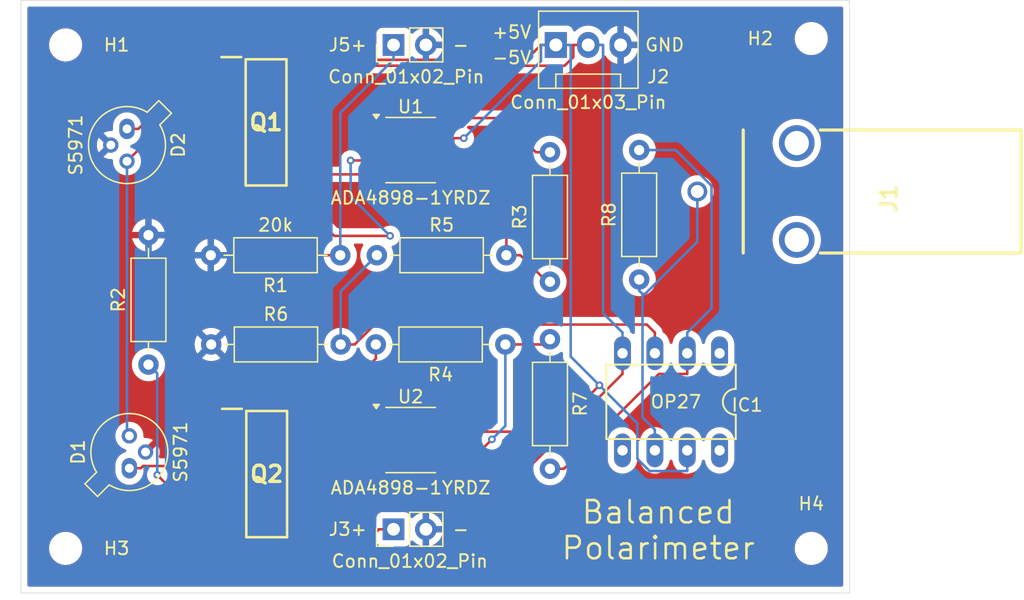
<source format=kicad_pcb>
(kicad_pcb (version 20240108) (generator "pcbnew") (generator_version "8.0")
  (layers (0 "F.Cu" signal) (31 "B.Cu" signal) (34 "B.Paste" user) (35 "F.Paste" user) (36 "B.SilkS" user "B.Silkscreen") (37 "F.SilkS" user "F.Silkscreen") (38 "B.Mask" user) (39 "F.Mask" user) (44 "Edge.Cuts" user))
  (net 0 "")
  (net 1 "+5V")
  (net 2 "Net-(D1-K)")
  (net 3 "GND")
  (net 4 "Net-(D2-K)")
  (net 5 "Net-(IC1-Pad2)")
  (net 6 "-5V")
  (net 9 "V_out")
  (net 10 "Net-(IC1-Pad3)")
  (net 11 "Net-(Q1-BASE_#2)")
  (net 12 "Net-(Q1-BASE_#1)")
  (net 13 "Net-(Q1-COLLECTOR_#3_1)")
  (net 14 "Net-(J3-Pin_1)")
  (net 15 "Net-(Q2-BASE_#1)")
  (net 16 "Net-(Q2-BASE_#2)")
  (net 17 "Net-(Q2-COLLECTOR_#3_1)")
  (net 18 "Net-(R3-Pad1)")
  (net 19 "Net-(U1--)")
  (net 20 "Net-(R4-Pad1)")
  (net 21 "Net-(U2--)")
  (net 28 "Net-(J5-Pin_1)")
  (footprint "Resistor_THT:R_Axial_DIN0207_L6.3mm_D2.5mm_P10.16mm_Horizontal" (layer "F.Cu") (at 170.5 83.4087 90)
    (property "Reference" "R8" (at 5.08 -2.37 90) (layer "F.SilkS"))
    (property "Value" "20k")
    (fp_line (start 8.35 -1.37) (end 1.81 -1.37) (stroke (width 0.12)) (layer "F.SilkS"))
    (fp_line (start 1.81 -1.37) (end 1.81 1.37) (stroke (width 0.12)) (layer "F.SilkS"))
    (fp_line (start 9.12 0) (end 8.35 0) (stroke (width 0.12)) (layer "F.SilkS"))
    (fp_line (start 1.04 0) (end 1.81 0) (stroke (width 0.12)) (layer "F.SilkS"))
    (fp_line (start 8.35 1.37) (end 8.35 -1.37) (stroke (width 0.12)) (layer "F.SilkS"))
    (fp_line (start 1.81 1.37) (end 8.35 1.37) (stroke (width 0.12)) (layer "F.SilkS"))
    (pad "1" thru_hole circle (at 0 0 90) (size 1.6 1.6) (drill 0.8) (layers "*.Cu" "*.Mask") (net 9 "V_out"))
    (pad "2" thru_hole oval (at 10.16 0 90) (size 1.6 1.6) (drill 0.8) (layers "*.Cu" "*.Mask") (net 5 "Net-(IC1-Pad2)"))
  )
  (footprint "Resistor_THT:R_Axial_DIN0207_L6.3mm_D2.5mm_P10.16mm_Horizontal" (layer "F.Cu") (at 163.5 83.58 90)
    (property "Reference" "R3" (at 5.08 -2.37 90) (layer "F.SilkS"))
    (property "Value" "20k")
    (fp_line (start 8.35 -1.37) (end 1.81 -1.37) (stroke (width 0.12)) (layer "F.SilkS"))
    (fp_line (start 1.81 -1.37) (end 1.81 1.37) (stroke (width 0.12)) (layer "F.SilkS"))
    (fp_line (start 9.12 0) (end 8.35 0) (stroke (width 0.12)) (layer "F.SilkS"))
    (fp_line (start 1.04 0) (end 1.81 0) (stroke (width 0.12)) (layer "F.SilkS"))
    (fp_line (start 8.35 1.37) (end 8.35 -1.37) (stroke (width 0.12)) (layer "F.SilkS"))
    (fp_line (start 1.81 1.37) (end 8.35 1.37) (stroke (width 0.12)) (layer "F.SilkS"))
    (pad "1" thru_hole circle (at 0 0 90) (size 1.6 1.6) (drill 0.8) (layers "*.Cu" "*.Mask") (net 18 "Net-(R3-Pad1)"))
    (pad "2" thru_hole oval (at 10.16 0 90) (size 1.6 1.6) (drill 0.8) (layers "*.Cu" "*.Mask") (net 19 "Net-(U1--)"))
  )
  (footprint "Resistor_THT:R_Axial_DIN0207_L6.3mm_D2.5mm_P10.16mm_Horizontal" (layer "F.Cu") (at 163.5 88.0913 -90)
    (property "Reference" "R7" (at 5.08 -2.37 -90) (layer "F.SilkS"))
    (property "Value" "20k")
    (fp_line (start 1.81 1.37) (end 8.35 1.37) (stroke (width 0.12)) (layer "F.SilkS"))
    (fp_line (start 8.35 1.37) (end 8.35 -1.37) (stroke (width 0.12)) (layer "F.SilkS"))
    (fp_line (start 1.04 0) (end 1.81 0) (stroke (width 0.12)) (layer "F.SilkS"))
    (fp_line (start 9.12 0) (end 8.35 0) (stroke (width 0.12)) (layer "F.SilkS"))
    (fp_line (start 1.81 -1.37) (end 1.81 1.37) (stroke (width 0.12)) (layer "F.SilkS"))
    (fp_line (start 8.35 -1.37) (end 1.81 -1.37) (stroke (width 0.12)) (layer "F.SilkS"))
    (pad "1" thru_hole circle (at 0 0 270) (size 1.6 1.6) (drill 0.8) (layers "*.Cu" "*.Mask") (net 20 "Net-(R4-Pad1)"))
    (pad "2" thru_hole oval (at 10.16 0 270) (size 1.6 1.6) (drill 0.8) (layers "*.Cu" "*.Mask") (net 5 "Net-(IC1-Pad2)"))
  )
  (footprint "Package_SO:SOIC-8-1EP_3.9x4.9mm_P1.27mm_EP2.29x3mm" (layer "F.Cu") (at 152.57 73.25)
    (property "Reference" "U1" (at 0 -3.4 0) (layer "F.SilkS"))
    (property "Value" "ADA4898-1YRDZ" (at 0 3.75 0) (layer "F.SilkS"))
    (fp_line (start 0 -2.56) (end -1.95 -2.56) (stroke (width 0.12)) (layer "F.SilkS"))
    (fp_line (start 0 -2.56) (end 1.95 -2.56) (stroke (width 0.12)) (layer "F.SilkS"))
    (fp_line (start 0 2.56) (end -1.95 2.56) (stroke (width 0.12)) (layer "F.SilkS"))
    (fp_line (start 0 2.56) (end 1.95 2.56) (stroke (width 0.12)) (layer "F.SilkS"))
    (fp_poly (pts (xy -2.7 -2.465) (xy -2.94 -2.795) (xy -2.46 -2.795) (xy -2.7 -2.465)) (stroke (width 0.12)) (fill solid) (layer "F.SilkS"))
    (pad "1" smd roundrect (at -2.475 -1.905) (size 1.95 0.6) (layers "F.Cu" "F.Paste" "F.Mask"))
    (pad "2" smd roundrect (at -2.475 -0.635) (size 1.95 0.6) (layers "F.Cu" "F.Paste" "F.Mask") (net 19 "Net-(U1--)"))
    (pad "3" smd roundrect (at -2.475 0.635) (size 1.95 0.6) (layers "F.Cu" "F.Paste" "F.Mask") (net 13 "Net-(Q1-COLLECTOR_#3_1)"))
    (pad "4" smd roundrect (at -2.475 1.905) (size 1.95 0.6) (layers "F.Cu" "F.Paste" "F.Mask") (net 6 "-5V"))
    (pad "5" smd roundrect (at 2.475 1.905) (size 1.95 0.6) (layers "F.Cu" "F.Paste" "F.Mask"))
    (pad "6" smd roundrect (at 2.475 0.635) (size 1.95 0.6) (layers "F.Cu" "F.Paste" "F.Mask") (net 18 "Net-(R3-Pad1)"))
    (pad "7" smd roundrect (at 2.475 -0.635) (size 1.95 0.6) (layers "F.Cu" "F.Paste" "F.Mask") (net 1 "+5V"))
    (pad "8" smd roundrect (at 2.475 -1.905) (size 1.95 0.6) (layers "F.Cu" "F.Paste" "F.Mask"))
    (pad "9" smd rect (at 0 0) (size 2.29 3) (property pad_prop_heatsink) (layers "F.Cu" "F.Mask"))
  )
  (footprint "Resistor_THT:R_Axial_DIN0207_L6.3mm_D2.5mm_P10.16mm_Horizontal" (layer "F.Cu") (at 132 90.08 90)
    (property "Reference" "R2" (at 5.08 -2.37 90) (layer "F.SilkS"))
    (property "Value" "20k")
    (fp_line (start 8.35 -1.37) (end 1.81 -1.37) (stroke (width 0.12)) (layer "F.SilkS"))
    (fp_line (start 1.81 -1.37) (end 1.81 1.37) (stroke (width 0.12)) (layer "F.SilkS"))
    (fp_line (start 9.12 0) (end 8.35 0) (stroke (width 0.12)) (layer "F.SilkS"))
    (fp_line (start 1.04 0) (end 1.81 0) (stroke (width 0.12)) (layer "F.SilkS"))
    (fp_line (start 8.35 1.37) (end 8.35 -1.37) (stroke (width 0.12)) (layer "F.SilkS"))
    (fp_line (start 1.81 1.37) (end 8.35 1.37) (stroke (width 0.12)) (layer "F.SilkS"))
    (pad "1" thru_hole circle (at 0 0 90) (size 1.6 1.6) (drill 0.8) (layers "*.Cu" "*.Mask") (net 14 "Net-(J3-Pin_1)"))
    (pad "2" thru_hole oval (at 10.16 0 90) (size 1.6 1.6) (drill 0.8) (layers "*.Cu" "*.Mask") (net 3 "GND"))
  )
  (footprint "Resistor_THT:R_Axial_DIN0207_L6.3mm_D2.5mm_P10.16mm_Horizontal" (layer "F.Cu") (at 149.92 81.5)
    (property "Reference" "R5" (at 5.08 -2.37 0) (layer "F.SilkS"))
    (property "Value" "20k")
    (fp_line (start 1.04 0) (end 1.81 0) (stroke (width 0.12)) (layer "F.SilkS"))
    (fp_line (start 1.81 -1.37) (end 1.81 1.37) (stroke (width 0.12)) (layer "F.SilkS"))
    (fp_line (start 1.81 1.37) (end 8.35 1.37) (stroke (width 0.12)) (layer "F.SilkS"))
    (fp_line (start 8.35 -1.37) (end 1.81 -1.37) (stroke (width 0.12)) (layer "F.SilkS"))
    (fp_line (start 8.35 1.37) (end 8.35 -1.37) (stroke (width 0.12)) (layer "F.SilkS"))
    (fp_line (start 9.12 0) (end 8.35 0) (stroke (width 0.12)) (layer "F.SilkS"))
    (pad "1" thru_hole circle (at 0 0) (size 1.6 1.6) (drill 0.8) (layers "*.Cu" "*.Mask") (net 10 "Net-(IC1-Pad3)"))
    (pad "2" thru_hole oval (at 10.16 0) (size 1.6 1.6) (drill 0.8) (layers "*.Cu" "*.Mask") (net 18 "Net-(R3-Pad1)"))
  )
  (footprint "Connector_PinHeader_2.54mm:PinHeader_1x02_P2.54mm_Vertical" (layer "F.Cu") (at 151.225 103 90)
    (property "Reference" "J3" (at 0 -4.225 180) (layer "F.SilkS"))
    (property "Value" "Conn_01x02_Pin" (at -2.5 1.275 180) (layer "F.SilkS"))
    (fp_line (start -1.33 -1.33) (end 0 -1.33) (stroke (width 0.12)) (layer "F.SilkS"))
    (fp_line (start -1.33 0) (end -1.33 -1.33) (stroke (width 0.12)) (layer "F.SilkS"))
    (fp_line (start 1.33 1.27) (end 1.33 3.87) (stroke (width 0.12)) (layer "F.SilkS"))
    (fp_line (start -1.33 1.27) (end 1.33 1.27) (stroke (width 0.12)) (layer "F.SilkS"))
    (fp_line (start -1.33 1.27) (end -1.33 3.87) (stroke (width 0.12)) (layer "F.SilkS"))
    (fp_line (start -1.33 3.87) (end 1.33 3.87) (stroke (width 0.12)) (layer "F.SilkS"))
    (pad "1" thru_hole rect (at 0 0 90) (size 1.7 1.7) (drill 1) (layers "*.Cu" "*.Mask") (net 14 "Net-(J3-Pin_1)"))
    (pad "2" thru_hole oval (at 0 2.54 90) (size 1.7 1.7) (drill 1) (layers "*.Cu" "*.Mask") (net 3 "GND"))
  )
  (footprint "Senior Design:73100-0105" (layer "F.Cu") (at 200.4625 76.5 90)
    (property "Reference" "J1" (at -0.54622 -10.37956 90) (layer "F.SilkS") (effects (font (size 1.27 1.27) (thickness 0.254))))
    (property "Value" "73100-0105" (hide yes))
    (fp_line (start -4.825 -21.8) (end 4.825 -21.8) (stroke (width 0.254)) (layer "F.SilkS"))
    (fp_line (start 4.825 0) (end 4.825 -15.75) (stroke (width 0.254)) (layer "F.SilkS"))
    (fp_line (start -4.825 0) (end -4.825 -15.75) (stroke (width 0.254)) (layer "F.SilkS"))
    (fp_line (start -4.825 0) (end 4.825 0) (stroke (width 0.254)) (layer "F.SilkS"))
    (pad "1" thru_hole circle (at -3.8 -17.6 90) (size 2.8 2.8) (drill 1.9) (layers "*.Cu" "*.Mask"))
    (pad "2" thru_hole circle (at 3.8 -17.6 90) (size 2.8 2.8) (drill 1.9) (layers "*.Cu" "*.Mask"))
    (pad "3" thru_hole circle (at 0 -25.4 90) (size 1.55 1.55) (drill 1.02) (layers "*.Cu" "*.Mask") (net 9 "V_out"))
  )
  (footprint "Package_TO_SOT_THT:TO-18-3" (layer "F.Cu") (at 130.5 98.2113 90)
    (property "Reference" "D1" (at 1.27 -4.02 90) (layer "F.SilkS"))
    (property "Value" "S5971" (at 1.27 4.02 90) (layer "F.SilkS"))
    (fp_line (start -1.224499 -3.484448) (end -2.214448 -2.494499) (stroke (width 0.12)) (layer "F.SilkS"))
    (fp_line (start -0.312331 -2.572281) (end -1.224499 -3.484448) (stroke (width 0.12)) (layer "F.SilkS"))
    (fp_line (start -2.214448 -2.494499) (end -1.302281 -1.582331) (stroke (width 0.12)) (layer "F.SilkS"))
    (fp_arc (start -0.312331 -2.572281) (mid 3.405463 2.135463) (end -1.302281 -1.582331) (stroke (width 0.12)) (layer "F.SilkS"))
    (fp_text user "${REFERENCE}" (at 1.27 -4.02 90) (layer "F.SilkS"))
    (pad "1" thru_hole oval (at 0 0 90) (size 1.6 1.2) (drill 0.7) (layers "*.Cu" "*.Mask") (net 2 "Net-(D1-K)"))
    (pad "2" thru_hole circle (at 1.27 1.27 90) (size 1.2 1.2) (drill 0.7) (layers "*.Cu" "*.Mask") (net 3 "GND"))
    (pad "3" thru_hole circle (at 2.54 0 90) (size 1.2 1.2) (drill 0.7) (layers "*.Cu" "*.Mask") (net 1 "+5V"))
  )
  (footprint "MountingHole:MountingHole_2.1mm" (layer "F.Cu") (at 125.5 65)
    (property "Reference" "H1" (at 4 0 0) (layer "F.SilkS"))
    (property "Value" "MountingHole")
    (pad "" np_thru_hole circle (at 0 0) (size 2.1 2.1) (drill 2.1) (layers "*.Cu" "*.Mask"))
  )
  (footprint "Senior Design:SOIC127P600X175-16N" (layer "F.Cu") (at 141.225 71.0763)
    (property "Reference" "Q1" (at 0 0 0) (layer "F.SilkS") (effects (font (size 1.27 1.27) (thickness 0.254))))
    (property "Value" "MMPQ3904" (hide yes))
    (fp_line (start -3.5 -5.12) (end -1.95 -5.12) (stroke (width 0.2)) (layer "F.SilkS"))
    (fp_line (start -1.6 -4.95) (end 1.6 -4.95) (stroke (width 0.2)) (layer "F.SilkS"))
    (fp_line (start -1.6 4.95) (end -1.6 -4.95) (stroke (width 0.2)) (layer "F.SilkS"))
    (fp_line (start 1.6 -4.95) (end 1.6 4.95) (stroke (width 0.2)) (layer "F.SilkS"))
    (fp_line (start 1.6 4.95) (end -1.6 4.95) (stroke (width 0.2)) (layer "F.SilkS"))
    (fp_text user "${REFERENCE}" (at 0 0 0) (layer "F.SilkS") (effects (font (size 1.27 1.27) (thickness 0.254))))
    (pad "1" smd rect (at -2.725 -4.445 90) (size 0.65 1.55) (layers "F.Cu" "F.Paste" "F.Mask") (net 11 "Net-(Q1-BASE_#2)"))
    (pad "2" smd rect (at -2.725 -3.175 90) (size 0.65 1.55) (layers "F.Cu" "F.Paste" "F.Mask") (net 11 "Net-(Q1-BASE_#2)"))
    (pad "3" smd rect (at -2.725 -1.905 90) (size 0.65 1.55) (layers "F.Cu" "F.Paste" "F.Mask") (net 4 "Net-(D2-K)"))
    (pad "4" smd rect (at -2.725 -0.635 90) (size 0.65 1.55) (layers "F.Cu" "F.Paste" "F.Mask") (net 4 "Net-(D2-K)"))
    (pad "5" smd rect (at -2.725 0.635 90) (size 0.65 1.55) (layers "F.Cu" "F.Paste" "F.Mask") (net 13 "Net-(Q1-COLLECTOR_#3_1)"))
    (pad "6" smd rect (at -2.725 1.905 90) (size 0.65 1.55) (layers "F.Cu" "F.Paste" "F.Mask") (net 13 "Net-(Q1-COLLECTOR_#3_1)"))
    (pad "7" smd rect (at -2.725 3.175 90) (size 0.65 1.55) (layers "F.Cu" "F.Paste" "F.Mask") (net 28 "Net-(J5-Pin_1)"))
    (pad "8" smd rect (at -2.725 4.445 90) (size 0.65 1.55) (layers "F.Cu" "F.Paste" "F.Mask") (net 28 "Net-(J5-Pin_1)"))
    (pad "9" smd rect (at 2.725 4.445 90) (size 0.65 1.55) (layers "F.Cu" "F.Paste" "F.Mask") (net 12 "Net-(Q1-BASE_#1)"))
    (pad "10" smd rect (at 2.725 3.175 90) (size 0.65 1.55) (layers "F.Cu" "F.Paste" "F.Mask") (net 6 "-5V"))
    (pad "11" smd rect (at 2.725 1.905 90) (size 0.65 1.55) (layers "F.Cu" "F.Paste" "F.Mask") (net 12 "Net-(Q1-BASE_#1)"))
    (pad "12" smd rect (at 2.725 0.635 90) (size 0.65 1.55) (layers "F.Cu" "F.Paste" "F.Mask") (net 6 "-5V"))
    (pad "13" smd rect (at 2.725 -0.635 90) (size 0.65 1.55) (layers "F.Cu" "F.Paste" "F.Mask") (net 11 "Net-(Q1-BASE_#2)"))
    (pad "14" smd rect (at 2.725 -1.905 90) (size 0.65 1.55) (layers "F.Cu" "F.Paste" "F.Mask") (net 12 "Net-(Q1-BASE_#1)"))
    (pad "15" smd rect (at 2.725 -3.175 90) (size 0.65 1.55) (layers "F.Cu" "F.Paste" "F.Mask") (net 12 "Net-(Q1-BASE_#1)"))
    (pad "16" smd rect (at 2.725 -4.445 90) (size 0.65 1.55) (layers "F.Cu" "F.Paste" "F.Mask") (net 6 "-5V"))
  )
  (footprint "MountingHole:MountingHole_2.1mm" (layer "F.Cu") (at 184 104.5)
    (property "Reference" "H4" (at 0 -3.5 0) (layer "F.SilkS"))
    (property "Value" "MountingHole")
    (pad "" np_thru_hole circle (at 0 0) (size 2.1 2.1) (drill 2.1) (layers "*.Cu" "*.Mask"))
  )
  (footprint "Senior Design:SOIC127P600X175-16N" (layer "F.Cu") (at 141.275 98.6713)
    (property "Reference" "Q2" (at 0 0 0) (layer "F.SilkS") (effects (font (size 1.27 1.27) (thickness 0.254))))
    (property "Value" "MMPQ3904" (hide yes))
    (fp_line (start -3.5 -5.12) (end -1.95 -5.12) (stroke (width 0.2)) (layer "F.SilkS"))
    (fp_line (start -1.6 -4.95) (end 1.6 -4.95) (stroke (width 0.2)) (layer "F.SilkS"))
    (fp_line (start -1.6 4.95) (end -1.6 -4.95) (stroke (width 0.2)) (layer "F.SilkS"))
    (fp_line (start 1.6 -4.95) (end 1.6 4.95) (stroke (width 0.2)) (layer "F.SilkS"))
    (fp_line (start 1.6 4.95) (end -1.6 4.95) (stroke (width 0.2)) (layer "F.SilkS"))
    (fp_text user "${REFERENCE}" (at 0 0 0) (layer "F.SilkS") (effects (font (size 1.27 1.27) (thickness 0.254))))
    (pad "1" smd rect (at -2.725 -4.445 90) (size 0.65 1.55) (layers "F.Cu" "F.Paste" "F.Mask") (net 16 "Net-(Q2-BASE_#2)"))
    (pad "2" smd rect (at -2.725 -3.175 90) (size 0.65 1.55) (layers "F.Cu" "F.Paste" "F.Mask") (net 16 "Net-(Q2-BASE_#2)"))
    (pad "3" smd rect (at -2.725 -1.905 90) (size 0.65 1.55) (layers "F.Cu" "F.Paste" "F.Mask") (net 2 "Net-(D1-K)"))
    (pad "4" smd rect (at -2.725 -0.635 90) (size 0.65 1.55) (layers "F.Cu" "F.Paste" "F.Mask") (net 2 "Net-(D1-K)"))
    (pad "5" smd rect (at -2.725 0.635 90) (size 0.65 1.55) (layers "F.Cu" "F.Paste" "F.Mask") (net 17 "Net-(Q2-COLLECTOR_#3_1)"))
    (pad "6" smd rect (at -2.725 1.905 90) (size 0.65 1.55) (layers "F.Cu" "F.Paste" "F.Mask") (net 17 "Net-(Q2-COLLECTOR_#3_1)"))
    (pad "7" smd rect (at -2.725 3.175 90) (size 0.65 1.55) (layers "F.Cu" "F.Paste" "F.Mask") (net 14 "Net-(J3-Pin_1)"))
    (pad "8" smd rect (at -2.725 4.445 90) (size 0.65 1.55) (layers "F.Cu" "F.Paste" "F.Mask") (net 14 "Net-(J3-Pin_1)"))
    (pad "9" smd rect (at 2.725 4.445 90) (size 0.65 1.55) (layers "F.Cu" "F.Paste" "F.Mask") (net 15 "Net-(Q2-BASE_#1)"))
    (pad "10" smd rect (at 2.725 3.175 90) (size 0.65 1.55) (layers "F.Cu" "F.Paste" "F.Mask") (net 6 "-5V"))
    (pad "11" smd rect (at 2.725 1.905 90) (size 0.65 1.55) (layers "F.Cu" "F.Paste" "F.Mask") (net 15 "Net-(Q2-BASE_#1)"))
    (pad "12" smd rect (at 2.725 0.635 90) (size 0.65 1.55) (layers "F.Cu" "F.Paste" "F.Mask") (net 6 "-5V"))
    (pad "13" smd rect (at 2.725 -0.635 90) (size 0.65 1.55) (layers "F.Cu" "F.Paste" "F.Mask") (net 16 "Net-(Q2-BASE_#2)"))
    (pad "14" smd rect (at 2.725 -1.905 90) (size 0.65 1.55) (layers "F.Cu" "F.Paste" "F.Mask") (net 15 "Net-(Q2-BASE_#1)"))
    (pad "15" smd rect (at 2.725 -3.175 90) (size 0.65 1.55) (layers "F.Cu" "F.Paste" "F.Mask") (net 15 "Net-(Q2-BASE_#1)"))
    (pad "16" smd rect (at 2.725 -4.445 90) (size 0.65 1.55) (layers "F.Cu" "F.Paste" "F.Mask") (net 6 "-5V"))
  )
  (footprint "MountingHole:MountingHole_2.1mm" (layer "F.Cu") (at 125.5 104.5)
    (property "Reference" "H3" (at 4 0 0) (layer "F.SilkS"))
    (property "Value" "MountingHole")
    (pad "" np_thru_hole circle (at 0 0) (size 2.1 2.1) (drill 2.1) (layers "*.Cu" "*.Mask"))
  )
  (footprint "MountingHole:MountingHole_2.1mm" (layer "F.Cu") (at 184 64.5)
    (property "Reference" "H2" (at -4 0 0) (layer "F.SilkS"))
    (property "Value" "MountingHole")
    (pad "" np_thru_hole circle (at 0 0) (size 2.1 2.1) (drill 2.1) (layers "*.Cu" "*.Mask"))
  )
  (footprint "Senior Design:DIL08" (layer "F.Cu") (at 173 93 180)
    (property "Reference" "IC1" (at -5.969 -0.254 0) (layer "F.SilkS"))
    (property "Value" "OP27" (at -0.381 0 0) (layer "F.SilkS"))
    (fp_line (start 5.08 -2.921) (end 5.08 2.921) (stroke (width 0.1524)) (layer "F.SilkS"))
    (fp_line (start 5.08 -2.921) (end -5.08 -2.921) (stroke (width 0.1524)) (layer "F.SilkS"))
    (fp_line (start -5.08 2.921) (end 5.08 2.921) (stroke (width 0.1524)) (layer "F.SilkS"))
    (fp_line (start -5.08 2.921) (end -5.08 1.016) (stroke (width 0.1524)) (layer "F.SilkS"))
    (fp_line (start -5.08 -2.921) (end -5.08 -1.016) (stroke (width 0.1524)) (layer "F.SilkS"))
    (fp_arc (start -5.08 -1.016) (mid -4.064 0) (end -5.08 1.016) (stroke (width 0.1524)) (layer "F.SilkS"))
    (pad "1" thru_hole oval (at -3.81 3.81 180) (size 1.3208 2.6416) (drill 0.8128) (layers "*.Cu" "*.Mask"))
    (pad "2" thru_hole oval (at -1.27 3.81 180) (size 1.3208 2.6416) (drill 0.8128) (layers "*.Cu" "*.Mask") (net 5 "Net-(IC1-Pad2)"))
    (pad "3" thru_hole oval (at 1.27 3.81 180) (size 1.3208 2.6416) (drill 0.8128) (layers "*.Cu" "*.Mask") (net 10 "Net-(IC1-Pad3)"))
    (pad "4" thru_hole oval (at 3.81 3.81 180) (size 1.3208 2.6416) (drill 0.8128) (layers "*.Cu" "*.Mask") (net 6 "-5V"))
    (pad "5" thru_hole oval (at 3.81 -3.81 180) (size 1.3208 2.6416) (drill 0.8128) (layers "*.Cu" "*.Mask"))
    (pad "6" thru_hole oval (at 1.27 -3.81 180) (size 1.3208 2.6416) (drill 0.8128) (layers "*.Cu" "*.Mask") (net 9 "V_out"))
    (pad "7" thru_hole oval (at -1.27 -3.81 180) (size 1.3208 2.6416) (drill 0.8128) (layers "*.Cu" "*.Mask") (net 1 "+5V"))
    (pad "8" thru_hole oval (at -3.81 -3.81 180) (size 1.3208 2.6416) (drill 0.8128) (layers "*.Cu" "*.Mask"))
  )
  (footprint "Package_TO_SOT_THT:TO-18-3" (layer "F.Cu") (at 130.3153 71.586 -90)
    (property "Reference" "D2" (at 1.27 -4.02 90) (layer "F.SilkS"))
    (property "Value" "S5971" (at 1.27 4.02 90) (layer "F.SilkS"))
    (fp_line (start -2.214448 -2.494499) (end -1.302281 -1.582331) (stroke (width 0.12)) (layer "F.SilkS"))
    (fp_line (start -0.312331 -2.572281) (end -1.224499 -3.484448) (stroke (width 0.12)) (layer "F.SilkS"))
    (fp_line (start -1.224499 -3.484448) (end -2.214448 -2.494499) (stroke (width 0.12)) (layer "F.SilkS"))
    (fp_arc (start -0.312331 -2.572281) (mid 3.405463 2.135463) (end -1.302281 -1.582331) (stroke (width 0.12)) (layer "F.SilkS"))
    (fp_text user "${REFERENCE}" (at 1.27 -4.02 90) (layer "F.SilkS"))
    (pad "1" thru_hole oval (at 0 0 270) (size 1.6 1.2) (drill 0.7) (layers "*.Cu" "*.Mask") (net 4 "Net-(D2-K)"))
    (pad "2" thru_hole circle (at 1.27 1.27 270) (size 1.2 1.2) (drill 0.7) (layers "*.Cu" "*.Mask") (net 3 "GND"))
    (pad "3" thru_hole circle (at 2.54 0 270) (size 1.2 1.2) (drill 0.7) (layers "*.Cu" "*.Mask") (net 1 "+5V"))
  )
  (footprint "Resistor_THT:R_Axial_DIN0207_L6.3mm_D2.5mm_P10.16mm_Horizontal" (layer "F.Cu") (at 160 88.5 180)
    (property "Reference" "R4" (at 5.08 -2.37 180) (layer "F.SilkS"))
    (property "Value" "20k")
    (fp_line (start 9.12 0) (end 8.35 0) (stroke (width 0.12)) (layer "F.SilkS"))
    (fp_line (start 8.35 1.37) (end 8.35 -1.37) (stroke (width 0.12)) (layer "F.SilkS"))
    (fp_line (start 8.35 -1.37) (end 1.81 -1.37) (stroke (width 0.12)) (layer "F.SilkS"))
    (fp_line (start 1.81 1.37) (end 8.35 1.37) (stroke (width 0.12)) (layer "F.SilkS"))
    (fp_line (start 1.81 -1.37) (end 1.81 1.37) (stroke (width 0.12)) (layer "F.SilkS"))
    (fp_line (start 1.04 0) (end 1.81 0) (stroke (width 0.12)) (layer "F.SilkS"))
    (pad "1" thru_hole circle (at 0 0 180) (size 1.6 1.6) (drill 0.8) (layers "*.Cu" "*.Mask") (net 20 "Net-(R4-Pad1)"))
    (pad "2" thru_hole oval (at 10.16 0 180) (size 1.6 1.6) (drill 0.8) (layers "*.Cu" "*.Mask") (net 21 "Net-(U2--)"))
  )
  (footprint "Resistor_THT:R_Axial_DIN0207_L6.3mm_D2.5mm_P10.16mm_Horizontal" (layer "F.Cu") (at 136.92 88.5)
    (property "Reference" "R6" (at 5.08 -2.37 0) (layer "F.SilkS"))
    (property "Value" "20k")
    (fp_line (start 1.04 0) (end 1.81 0) (stroke (width 0.12)) (layer "F.SilkS"))
    (fp_line (start 1.81 -1.37) (end 1.81 1.37) (stroke (width 0.12)) (layer "F.SilkS"))
    (fp_line (start 1.81 1.37) (end 8.35 1.37) (stroke (width 0.12)) (layer "F.SilkS"))
    (fp_line (start 8.35 -1.37) (end 1.81 -1.37) (stroke (width 0.12)) (layer "F.SilkS"))
    (fp_line (start 8.35 1.37) (end 8.35 -1.37) (stroke (width 0.12)) (layer "F.SilkS"))
    (fp_line (start 9.12 0) (end 8.35 0) (stroke (width 0.12)) (layer "F.SilkS"))
    (pad "1" thru_hole circle (at 0 0) (size 1.6 1.6) (drill 0.8) (layers "*.Cu" "*.Mask") (net 3 "GND"))
    (pad "2" thru_hole oval (at 10.16 0) (size 1.6 1.6) (drill 0.8) (layers "*.Cu" "*.Mask") (net 10 "Net-(IC1-Pad3)"))
  )
  (footprint "Connector_PinHeader_2.54mm:PinHeader_1x02_P2.54mm_Vertical" (layer "F.Cu") (at 151.225 65 90)
    (property "Reference" "J5" (at 0 -4.225 180) (layer "F.SilkS"))
    (property "Value" "Conn_01x02_Pin" (at -2.5 1 180) (layer "F.SilkS"))
    (fp_line (start -1.33 -1.33) (end 0 -1.33) (stroke (width 0.12)) (layer "F.SilkS"))
    (fp_line (start -1.33 0) (end -1.33 -1.33) (stroke (width 0.12)) (layer "F.SilkS"))
    (fp_line (start 1.33 1.27) (end 1.33 3.87) (stroke (width 0.12)) (layer "F.SilkS"))
    (fp_line (start -1.33 1.27) (end 1.33 1.27) (stroke (width 0.12)) (layer "F.SilkS"))
    (fp_line (start -1.33 1.27) (end -1.33 3.87) (stroke (width 0.12)) (layer "F.SilkS"))
    (fp_line (start -1.33 3.87) (end 1.33 3.87) (stroke (width 0.12)) (layer "F.SilkS"))
    (pad "1" thru_hole rect (at 0 0 90) (size 1.7 1.7) (drill 1) (layers "*.Cu" "*.Mask") (net 28 "Net-(J5-Pin_1)"))
    (pad "2" thru_hole oval (at 0 2.54 90) (size 1.7 1.7) (drill 1) (layers "*.Cu" "*.Mask") (net 3 "GND"))
  )
  (footprint "Package_SO:SOIC-8-1EP_3.9x4.9mm_P1.27mm_EP2.29x3mm" (layer "F.Cu") (at 152.57 96)
    (property "Reference" "U2" (at 0 -3.4 0) (layer "F.SilkS"))
    (property "Value" "ADA4898-1YRDZ" (at 0 3.75 0) (layer "F.SilkS"))
    (fp_line (start 0 -2.56) (end -1.95 -2.56) (stroke (width 0.12)) (layer "F.SilkS"))
    (fp_line (start 0 -2.56) (end 1.95 -2.56) (stroke (width 0.12)) (layer "F.SilkS"))
    (fp_line (start 0 2.56) (end -1.95 2.56) (stroke (width 0.12)) (layer "F.SilkS"))
    (fp_line (start 0 2.56) (end 1.95 2.56) (stroke (width 0.12)) (layer "F.SilkS"))
    (fp_poly (pts (xy -2.7 -2.465) (xy -2.94 -2.795) (xy -2.46 -2.795) (xy -2.7 -2.465)) (stroke (width 0.12)) (fill solid) (layer "F.SilkS"))
    (pad "1" smd roundrect (at -2.475 -1.905) (size 1.95 0.6) (layers "F.Cu" "F.Paste" "F.Mask"))
    (pad "2" smd roundrect (at -2.475 -0.635) (size 1.95 0.6) (layers "F.Cu" "F.Paste" "F.Mask") (net 21 "Net-(U2--)"))
    (pad "3" smd roundrect (at -2.475 0.635) (size 1.95 0.6) (layers "F.Cu" "F.Paste" "F.Mask") (net 17 "Net-(Q2-COLLECTOR_#3_1)"))
    (pad "4" smd roundrect (at -2.475 1.905) (size 1.95 0.6) (layers "F.Cu" "F.Paste" "F.Mask") (net 6 "-5V"))
    (pad "5" smd roundrect (at 2.475 1.905) (size 1.95 0.6) (layers "F.Cu" "F.Paste" "F.Mask"))
    (pad "6" smd roundrect (at 2.475 0.635) (size 1.95 0.6) (layers "F.Cu" "F.Paste" "F.Mask") (net 20 "Net-(R4-Pad1)"))
    (pad "7" smd roundrect (at 2.475 -0.635) (size 1.95 0.6) (layers "F.Cu" "F.Paste" "F.Mask") (net 1 "+5V"))
    (pad "8" smd roundrect (at 2.475 -1.905) (size 1.95 0.6) (layers "F.Cu" "F.Paste" "F.Mask"))
    (pad "9" smd rect (at 0 0) (size 2.29 3) (property pad_prop_heatsink) (layers "F.Cu" "F.Mask"))
  )
  (footprint "Connector:FanPinHeader_1x03_P2.54mm_Vertical" (layer "F.Cu") (at 163.96 65)
    (property "Reference" "J2" (at 8.04 2.5 0) (layer "F.SilkS"))
    (property "Value" "Conn_01x03_Pin" (at 2.55 4.5 0) (layer "F.SilkS"))
    (fp_line (start -1.35 -2.65) (end 6.45 -2.65) (stroke (width 0.12)) (layer "F.SilkS"))
    (fp_line (start -1.35 3.4) (end -1.35 -2.65) (stroke (width 0.12)) (layer "F.SilkS"))
    (fp_line (start 0 2.29) (end 5.08 2.29) (stroke (width 0.12)) (layer "F.SilkS"))
    (fp_line (start 0 3.3) (end 0 2.29) (stroke (width 0.12)) (layer "F.SilkS"))
    (fp_line (start 5.08 2.29) (end 5.08 3.3) (stroke (width 0.12)) (layer "F.SilkS"))
    (fp_line (start 6.45 -2.65) (end 6.45 3.4) (stroke (width 0.12)) (layer "F.SilkS"))
    (fp_line (start 6.45 3.4) (end -1.35 3.4) (stroke (width 0.12)) (layer "F.SilkS"))
    (pad "1" thru_hole rect (at 0 0 90) (size 2.03 1.73) (drill 1.02) (layers "*.Cu" "*.Mask") (net 1 "+5V"))
    (pad "2" thru_hole oval (at 2.54 0 90) (size 2.03 1.73) (drill 1.02) (layers "*.Cu" "*.Mask") (net 6 "-5V"))
    (pad "3" thru_hole oval (at 5.08 0 90) (size 2.03 1.73) (drill 1.02) (layers "*.Cu" "*.Mask") (net 3 "GND"))
  )
  (footprint "Resistor_THT:R_Axial_DIN0207_L6.3mm_D2.5mm_P10.16mm_Horizontal" (layer "F.Cu") (at 147.0488 81.5 180)
    (property "Reference" "R1" (at 5.08 -2.37 0) (layer "F.SilkS"))
    (property "Value" "20k" (at 5.08 2.37 0) (layer "F.SilkS"))
    (fp_line (start 9.12 0) (end 8.35 0) (stroke (width 0.12)) (layer "F.SilkS"))
    (fp_line (start 8.35 1.37) (end 8.35 -1.37) (stroke (width 0.12)) (layer "F.SilkS"))
    (fp_line (start 8.35 -1.37) (end 1.81 -1.37) (stroke (width 0.12)) (layer "F.SilkS"))
    (fp_line (start 1.81 1.37) (end 8.35 1.37) (stroke (width 0.12)) (layer "F.SilkS"))
    (fp_line (start 1.81 -1.37) (end 1.81 1.37) (stroke (width 0.12)) (layer "F.SilkS"))
    (fp_line (start 1.04 0) (end 1.81 0) (stroke (width 0.12)) (layer "F.SilkS"))
    (pad "1" thru_hole circle (at 0 0 180) (size 1.6 1.6) (drill 0.8) (layers "*.Cu" "*.Mask") (net 28 "Net-(J5-Pin_1)"))
    (pad "2" thru_hole oval (at 10.16 0 180) (size 1.6 1.6) (drill 0.8) (layers "*.Cu" "*.Mask") (net 3 "GND"))
  )
  (gr_rect (start 122 61.5) (end 187 108) (stroke (width 0.05)) (fill none) (layer "Edge.Cuts"))
  (gr_text "-" (at 156.5 65 0) (layer "F.SilkS") (effects (font (size 1 1))))
  (gr_text "GND" (at 172.5 65 0) (layer "F.SilkS") (effects (font (size 1 1))))
  (gr_text " Balanced \nPolarimeter" (at 172 105.5 0) (layer "F.SilkS") (effects (font (size 1.75 1.75) (thickness 0.2)) (justify bottom)))
  (gr_text "-5V" (at 160.5 66 0) (layer "F.SilkS") (effects (font (size 1 1))))
  (gr_text "+" (at 148.5 103 0) (layer "F.SilkS") (effects (font (size 1 1))))
  (gr_text "+5V" (at 160.5 64 0) (layer "F.SilkS") (effects (font (size 1 1))))
  (gr_text "-" (at 156.5 103 0) (layer "F.SilkS") (effects (font (size 1 1))))
  (gr_text "+" (at 148.5 65 0) (layer "F.SilkS") (effects (font (size 1 1))))
  (segment (start 163.96 65) (end 162.7933 65) (width 0.2) (layer "F.Cu") (net 1))
  (segment (start 147.3723 66.0046) (end 147.5344 66.1667) (width 0.2) (layer "F.Cu") (net 1))
  (segment (start 133.3567 71.0846) (end 139.4517 71.0846) (width 0.2) (layer "F.Cu") (net 1))
  (segment (start 155.0668 95.3432) (end 155.045 95.365) (width 0.2) (layer "F.Cu") (net 1))
  (segment (start 139.6197 70.9166) (end 139.6197 68.7643) (width 0.2) (layer "F.Cu") (net 1))
  (segment (start 161.6266 66.1667) (end 162.7933 65) (width 0.2) (layer "F.Cu") (net 1))
  (segment (start 130.3153 74.126) (end 133.3567 71.0846) (width 0.2) (layer "F.Cu") (net 1))
  (segment (start 137.3935 68.3913) (end 137.3935 66.1548) (width 0.2) (layer "F.Cu") (net 1))
  (segment (start 137.3935 66.1548) (end 137.5437 66.0046) (width 0.2) (layer "F.Cu") (net 1))
  (segment (start 147.5344 66.1667) (end 161.6266 66.1667) (width 0.2) (layer "F.Cu") (net 1))
  (segment (start 139.6197 68.7643) (end 139.4 68.5446) (width 0.2) (layer "F.Cu") (net 1))
  (segment (start 155.3441 72.3159) (end 155.045 72.615) (width 0.2) (layer "F.Cu") (net 1))
  (segment (start 139.4517 71.0846) (end 139.6197 70.9166) (width 0.2) (layer "F.Cu") (net 1))
  (segment (start 156.7425 72.3159) (end 155.3441 72.3159) (width 0.2) (layer "F.Cu") (net 1))
  (segment (start 163.7423 95.3432) (end 155.0668 95.3432) (width 0.2) (layer "F.Cu") (net 1))
  (segment (start 139.4 68.5446) (end 137.5468 68.5446) (width 0.2) (layer "F.Cu") (net 1))
  (segment (start 137.5468 68.5446) (end 137.3935 68.3913) (width 0.2) (layer "F.Cu") (net 1))
  (segment (start 167.3809 91.7046) (end 163.7423 95.3432) (width 0.2) (layer "F.Cu") (net 1))
  (segment (start 137.5437 66.0046) (end 147.3723 66.0046) (width 0.2) (layer "F.Cu") (net 1))
  (via (at 167.3809 91.7046) (size 0.6) (drill 0.3) (layers "F.Cu" "B.Cu") (net 1))
  (via (at 156.7425 72.3159) (size 0.6) (drill 0.3) (layers "F.Cu" "B.Cu") (net 1))
  (segment (start 130.3153 74.126) (end 130.3153 95.4866) (width 0.2) (layer "B.Cu") (net 1))
  (segment (start 162.7933 66.2651) (end 156.7425 72.3159) (width 0.2) (layer "B.Cu") (net 1))
  (segment (start 167.3809 91.7046) (end 165.1267 89.4504) (width 0.2) (layer "B.Cu") (net 1))
  (segment (start 170.3608 94.6845) (end 167.3809 91.7046) (width 0.2) (layer "B.Cu") (net 1))
  (segment (start 174.27 96.81) (end 174.27 98.4325) (width 0.2) (layer "B.Cu") (net 1))
  (segment (start 163.96 65) (end 165.1267 65) (width 0.2) (layer "B.Cu") (net 1))
  (segment (start 170.3608 97.4755) (end 170.3608 94.6845) (width 0.2) (layer "B.Cu") (net 1))
  (segment (start 162.7933 65) (end 162.7933 66.2651) (width 0.2) (layer "B.Cu") (net 1))
  (segment (start 130.3153 95.4866) (end 130.5 95.6713) (width 0.2) (layer "B.Cu") (net 1))
  (segment (start 174.27 98.4325) (end 171.3178 98.4325) (width 0.2) (layer "B.Cu") (net 1))
  (segment (start 171.3178 98.4325) (end 170.3608 97.4755) (width 0.2) (layer "B.Cu") (net 1))
  (segment (start 165.1267 89.4504) (end 165.1267 65) (width 0.2) (layer "B.Cu") (net 1))
  (segment (start 163.96 65) (end 162.7933 65) (width 0.2) (layer "B.Cu") (net 1))
  (segment (start 138.55 98.0363) (end 137.5742 98.0363) (width 0.2) (layer "F.Cu") (net 2))
  (segment (start 137.5742 98.0363) (end 137.4733 98.0363) (width 0.2) (layer "F.Cu") (net 2))
  (segment (start 130.5 98.2113) (end 131.4017 98.2113) (width 0.2) (layer "F.Cu") (net 2))
  (segment (start 137.4733 98.0363) (end 131.5767 98.0363) (width 0.2) (layer "F.Cu") (net 2))
  (segment (start 138.55 96.7663) (end 137.4733 96.7663) (width 0.2) (layer "F.Cu") (net 2))
  (segment (start 131.5767 98.0363) (end 131.4017 98.2113) (width 0.2) (layer "F.Cu") (net 2))
  (segment (start 137.4733 98.0363) (end 137.4733 96.7663) (width 0.2) (layer "F.Cu") (net 2))
  (segment (start 130.3153 71.586) (end 131.217 71.586) (width 0.2) (layer "F.Cu") (net 4))
  (segment (start 137.4233 70.4413) (end 137.4233 69.1713) (width 0.2) (layer "F.Cu") (net 4))
  (segment (start 137.4233 70.4413) (end 138.5 70.4413) (width 0.2) (layer "F.Cu") (net 4))
  (segment (start 132.3617 70.4413) (end 137.4233 70.4413) (width 0.2) (layer "F.Cu") (net 4))
  (segment (start 131.217 71.586) (end 132.3617 70.4413) (width 0.2) (layer "F.Cu") (net 4))
  (segment (start 138.5 69.1713) (end 137.4233 69.1713) (width 0.2) (layer "F.Cu") (net 4))
  (segment (start 163.5 98.2513) (end 164.6017 98.2513) (width 0.2) (layer "F.Cu") (net 5))
  (segment (start 174.27 89.19) (end 174.27 90.8125) (width 0.2) (layer "F.Cu") (net 5))
  (segment (start 164.6017 98.2513) (end 172.0405 90.8125) (width 0.2) (layer "F.Cu") (net 5))
  (segment (start 172.0405 90.8125) (end 174.27 90.8125) (width 0.2) (layer "F.Cu") (net 5))
  (segment (start 176.1776 85.6599) (end 176.1776 76.0529) (width 0.2) (layer "B.Cu") (net 5))
  (segment (start 176.1776 76.0529) (end 173.3734 73.2487) (width 0.2) (layer "B.Cu") (net 5))
  (segment (start 174.27 87.5675) (end 176.1776 85.6599) (width 0.2) (layer "B.Cu") (net 5))
  (segment (start 173.3734 73.2487) (end 170.5 73.2487) (width 0.2) (layer "B.Cu") (net 5))
  (segment (start 174.27 89.19) (end 174.27 87.5675) (width 0.2) (layer "B.Cu") (net 5))
  (segment (start 145.0767 94.2263) (end 145.0767 96.5037) (width 0.2) (layer "F.Cu") (net 6))
  (segment (start 144.5367 72.0194) (end 145.4297 71.1264) (width 0.2) (layer "F.Cu") (net 6))
  (segment (start 145.0767 99.3078) (end 145.0752 99.3063) (width 0.2) (layer "F.Cu") (net 6))
  (segment (start 144 99.3063) (end 145.0752 99.3063) (width 0.2) (layer "F.Cu") (net 6))
  (segment (start 144.2286 71.7113) (end 144.5367 72.0194) (width 0.2) (layer "F.Cu") (net 6))
  (segment (start 144 94.2263) (end 145.0767 94.2263) (width 0.2) (layer "F.Cu") (net 6))
  (segment (start 145.4297 71.1264) (end 145.4297 67.0343) (width 0.2) (layer "F.Cu") (net 6))
  (segment (start 145.0767 99.3063) (end 146.478 97.905) (width 0.2) (layer "F.Cu") (net 6))
  (segment (start 144 101.8463) (end 145.0767 101.8463) (width 0.2) (layer "F.Cu") (net 6))
  (segment (start 145.9929 75.155) (end 150.095 75.155) (width 0.2) (layer "F.Cu") (net 6))
  (segment (start 166.5 65) (end 165.3333 65) (width 0.2) (layer "F.Cu") (net 6))
  (segment (start 169.19 89.19) (end 169.19 90.8125) (width 0.2) (layer "F.Cu") (net 6))
  (segment (start 150.095 97.905) (end 150.7398 98.5498) (width 0.2) (layer "F.Cu") (net 6))
  (segment (start 145.4297 67.0343) (end 145.0267 66.6313) (width 0.2) (layer "F.Cu") (net 6))
  (segment (start 161.4527 98.5498) (end 169.19 90.8125) (width 0.2) (layer "F.Cu") (net 6))
  (segment (start 146.478 97.905) (end 150.095 97.905) (width 0.2) (layer "F.Cu") (net 6))
  (segment (start 164.6499 66.6313) (end 165.3333 65.9479) (width 0.2) (layer "F.Cu") (net 6))
  (segment (start 143.95 74.2513) (end 144.4884 74.2513) (width 0.2) (layer "F.Cu") (net 6))
  (segment (start 145.0752 99.3063) (end 145.0767 99.3063) (width 0.2) (layer "F.Cu") (net 6))
  (segment (start 143.95 71.7113) (end 144.2286 71.7113) (width 0.2) (layer "F.Cu") (net 6))
  (segment (start 145.0767 96.5037) (end 146.478 97.905) (width 0.2) (layer "F.Cu") (net 6))
  (segment (start 150.7398 98.5498) (end 161.4527 98.5498) (width 0.2) (layer "F.Cu") (net 6))
  (segment (start 165.3333 65.9479) (end 165.3333 65) (width 0.2) (layer "F.Cu") (net 6))
  (segment (start 145.0892 72.5719) (end 145.0892 74.2513) (width 0.2) (layer "F.Cu") (net 6))
  (segment (start 145.0892 74.2513) (end 145.9929 75.155) (width 0.2) (layer "F.Cu") (net 6))
  (segment (start 145.0892 74.2513) (end 144.4884 74.2513) (width 0.2) (layer "F.Cu") (net 6))
  (segment (start 143.95 66.6313) (end 145.0267 66.6313) (width 0.2) (layer "F.Cu") (net 6))
  (segment (start 144.5367 72.0194) (end 145.0892 72.5719) (width 0.2) (layer "F.Cu") (net 6))
  (segment (start 145.0767 101.8463) (end 145.0767 99.3078) (width 0.2) (layer "F.Cu") (net 6))
  (segment (start 145.0267 66.6313) (end 164.6499 66.6313) (width 0.2) (layer "F.Cu") (net 6))
  (segment (start 169.19 87.5675) (end 167.6667 86.0442) (width 0.2) (layer "B.Cu") (net 6))
  (segment (start 167.6667 86.0442) (end 167.6667 65) (width 0.2) (layer "B.Cu") (net 6))
  (segment (start 166.5 65) (end 167.6667 65) (width 0.2) (layer "B.Cu") (net 6))
  (segment (start 169.19 89.19) (end 169.19 87.5675) (width 0.2) (layer "B.Cu") (net 6))
  (segment (start 170.761 94.2185) (end 170.761 84.545) (width 0.2) (layer "B.Cu") (net 9))
  (segment (start 175.0625 80.4392) (end 175.0625 76.5) (width 0.2) (layer "B.Cu") (net 9))
  (segment (start 170.9567 84.545) (end 175.0625 80.4392) (width 0.2) (layer "B.Cu") (net 9))
  (segment (start 170.5 83.4087) (end 170.5 84.284) (width 0.2) (layer "B.Cu") (net 9))
  (segment (start 171.73 95.1875) (end 170.761 94.2185) (width 0.2) (layer "B.Cu") (net 9))
  (segment (start 170.761 84.545) (end 170.9567 84.545) (width 0.2) (layer "B.Cu") (net 9))
  (segment (start 170.5 84.284) (end 170.761 84.545) (width 0.2) (layer "B.Cu") (net 9))
  (segment (start 171.73 96.81) (end 171.73 95.1875) (width 0.2) (layer "B.Cu") (net 9))
  (segment (start 149.7417 86.94) (end 148.1817 88.5) (width 0.2) (layer "F.Cu") (net 10))
  (segment (start 171.73 87.5675) (end 171.1025 86.94) (width 0.2) (layer "F.Cu") (net 10))
  (segment (start 171.1025 86.94) (end 149.7417 86.94) (width 0.2) (layer "F.Cu") (net 10))
  (segment (start 171.73 89.19) (end 171.73 87.5675) (width 0.2) (layer "F.Cu") (net 10))
  (segment (start 147.08 88.5) (end 148.1817 88.5) (width 0.2) (layer "F.Cu") (net 10))
  (segment (start 147.08 84.34) (end 147.08 88.5) (width 0.2) (layer "B.Cu") (net 10))
  (segment (start 149.92 81.5) (end 147.08 84.34) (width 0.2) (layer "B.Cu") (net 10))
  (segment (start 140.3333 67.9013) (end 139.5767 67.9013) (width 0.2) (layer "F.Cu") (net 11))
  (segment (start 139.5767 67.9013) (end 139.5767 66.6313) (width 0.2) (layer "F.Cu") (net 11))
  (segment (start 139.5767 67.9013) (end 138.5 67.9013) (width 0.2) (layer "F.Cu") (net 11))
  (segment (start 142.8733 70.4413) (end 140.3333 67.9013) (width 0.2) (layer "F.Cu") (net 11))
  (segment (start 138.5 66.6313) (end 139.5767 66.6313) (width 0.2) (layer "F.Cu") (net 11))
  (segment (start 143.95 70.4413) (end 142.8733 70.4413) (width 0.2) (layer "F.Cu") (net 11))
  (segment (start 143.95 67.9013) (end 142.8733 67.9013) (width 0.2) (layer "F.Cu") (net 12))
  (segment (start 142.8733 72.9828) (end 142.8733 75.5213) (width 0.2) (layer "F.Cu") (net 12))
  (segment (start 143.5125 69.1713) (end 143.95 69.1713) (width 0.2) (layer "F.Cu") (net 12))
  (segment (start 145.0267 69.1713) (end 145.0267 70.8913) (width 0.2) (layer "F.Cu") (net 12))
  (segment (start 142.8748 72.9813) (end 142.8733 72.9813) (width 0.2) (layer "F.Cu") (net 12))
  (segment (start 143.95 75.5213) (end 142.8733 75.5213) (width 0.2) (layer "F.Cu") (net 12))
  (segment (start 142.9958 71.068) (end 142.8733 71.1905) (width 0.2) (layer "F.Cu") (net 12))
  (segment (start 143.5125 69.1713) (end 142.8733 69.1713) (width 0.2) (layer "F.Cu") (net 12))
  (segment (start 142.8733 71.1905) (end 142.8733 72.9813) (width 0.2) (layer "F.Cu") (net 12))
  (segment (start 142.9742 72.9813) (end 142.8748 72.9813) (width 0.2) (layer "F.Cu") (net 12))
  (segment (start 145.0267 70.8913) (end 144.85 71.068) (width 0.2) (layer "F.Cu") (net 12))
  (segment (start 143.95 69.1713) (end 145.0267 69.1713) (width 0.2) (layer "F.Cu") (net 12))
  (segment (start 143.95 72.9813) (end 142.9742 72.9813) (width 0.2) (layer "F.Cu") (net 12))
  (segment (start 142.8748 72.9813) (end 142.8733 72.9828) (width 0.2) (layer "F.Cu") (net 12))
  (segment (start 144.85 71.068) (end 142.9958 71.068) (width 0.2) (layer "F.Cu") (net 12))
  (segment (start 142.8733 67.9013) (end 142.8733 69.1713) (width 0.2) (layer "F.Cu") (net 12))
  (segment (start 137.9617 71.7113) (end 138.5 71.7113) (width 0.2) (layer "F.Cu") (net 13))
  (segment (start 139.5767 72.9813) (end 146.5771 79.9817) (width 0.2) (layer "F.Cu") (net 13))
  (segment (start 147.8611 74.0647) (end 149.9153 74.0647) (width 0.2) (layer "F.Cu") (net 13))
  (segment (start 137.9617 72.9813) (end 138.5 72.9813) (width 0.2) (layer "F.Cu") (net 13))
  (segment (start 138.5 72.9813) (end 139.5767 72.9813) (width 0.2) (layer "F.Cu") (net 13))
  (segment (start 149.9153 74.0647) (end 150.095 73.885) (width 0.2) (layer "F.Cu") (net 13))
  (segment (start 146.5771 79.9817) (end 150.9528 79.9817) (width 0.2) (layer "F.Cu") (net 13))
  (segment (start 137.4233 72.9813) (end 137.4233 71.7113) (width 0.2) (layer "F.Cu") (net 13))
  (segment (start 137.9617 71.7113) (end 137.4233 71.7113) (width 0.2) (layer "F.Cu") (net 13))
  (segment (start 137.9617 72.9813) (end 137.4233 72.9813) (width 0.2) (layer "F.Cu") (net 13))
  (via (at 150.9528 79.9817) (size 0.6) (drill 0.3) (layers "F.Cu" "B.Cu") (net 13))
  (via (at 147.8611 74.0647) (size 0.6) (drill 0.3) (layers "F.Cu" "B.Cu") (net 13))
  (segment (start 150.9528 79.9817) (end 147.8611 76.89) (width 0.2) (layer "B.Cu") (net 13))
  (segment (start 147.8611 76.89) (end 147.8611 74.0647) (width 0.2) (layer "B.Cu") (net 13))
  (segment (start 138.0117 103.1163) (end 138.6384 103.743) (width 0.2) (layer "F.Cu") (net 14))
  (segment (start 135.7929 101.8463) (end 132.6865 98.7399) (width 0.2) (layer "F.Cu") (net 14))
  (segment (start 137.4733 101.8463) (end 135.7929 101.8463) (width 0.2) (layer "F.Cu") (net 14))
  (segment (start 137.4733 102.5779) (end 137.4733 101.8463) (width 0.2) (layer "F.Cu") (net 14))
  (segment (start 138.55 101.8463) (end 137.4733 101.8463) (width 0.2) (layer "F.Cu") (net 14))
  (segment (start 149.3303 103.743) (end 150.0733 103) (width 0.2) (layer "F.Cu") (net 14))
  (segment (start 138.55 103.1163) (end 138.0117 103.1163) (width 0.2) (layer "F.Cu") (net 14))
  (segment (start 151.225 103) (end 150.0733 103) (width 0.2) (layer "F.Cu") (net 14))
  (segment (start 138.6384 103.743) (end 149.3303 103.743) (width 0.2) (layer "F.Cu") (net 14))
  (segment (start 138.0117 103.1163) (end 137.4733 102.5779) (width 0.2) (layer "F.Cu") (net 14))
  (via (at 132.6865 98.7399) (size 0.6) (drill 0.3) (layers "F.Cu" "B.Cu") (net 14))
  (segment (start 132.6865 90.7665) (end 132 90.08) (width 0.2) (layer "B.Cu") (net 14))
  (segment (start 132.6865 98.7399) (end 132.6865 90.7665) (width 0.2) (layer "B.Cu") (net 14))
  (segment (start 142.9233 95.4963) (end 142.9233 96.7663) (width 0.2) (layer "F.Cu") (net 15))
  (segment (start 143.5625 96.7663) (end 143.0242 96.7663) (width 0.2) (layer "F.Cu") (net 15))
  (segment (start 143.5625 96.7663) (end 144 96.7663) (width 0.2) (layer "F.Cu") (net 15))
  (segment (start 143.0242 96.7663) (end 142.9248 96.7663) (width 0.2) (layer "F.Cu") (net 15))
  (segment (start 144 95.4963) (end 142.9233 95.4963) (width 0.2) (layer "F.Cu") (net 15))
  (segment (start 142.9248 96.7663) (end 142.9233 96.7663) (width 0.2) (layer "F.Cu") (net 15))
  (segment (start 140.3833 95.4963) (end 139.6267 95.4963) (width 0.2) (layer "F.Cu") (net 16))
  (segment (start 144 98.0363) (end 142.9233 98.0363) (width 0.2) (layer "F.Cu") (net 16))
  (segment (start 139.6267 95.4963) (end 138.55 95.4963) (width 0.2) (layer "F.Cu") (net 16))
  (segment (start 142.9233 98.0363) (end 140.3833 95.4963) (width 0.2) (layer "F.Cu") (net 16))
  (segment (start 139.6267 95.4963) (end 139.6267 94.2263) (width 0.2) (layer "F.Cu") (net 16))
  (segment (start 138.55 94.2263) (end 139.6267 94.2263) (width 0.2) (layer "F.Cu") (net 16))
  (segment (start 137.6562 96.1396) (end 139.45 96.1396) (width 0.2) (layer "F.Cu") (net 17))
  (segment (start 148.9825 96.635) (end 145.8966 93.5491) (width 0.2) (layer "F.Cu") (net 17))
  (segment (start 138.55 100.5763) (end 137.4733 100.5763) (width 0.2) (layer "F.Cu") (net 17))
  (segment (start 138.55 99.3063) (end 139.6267 99.3063) (width 0.2) (layer "F.Cu") (net 17))
  (segment (start 150.095 96.635) (end 148.9825 96.635) (width 0.2) (layer "F.Cu") (net 17))
  (segment (start 137.4733 93.7555) (end 137.4733 95.9567) (width 0.2) (layer "F.Cu") (net 17))
  (segment (start 139.45 96.1396) (end 139.6267 96.3163) (width 0.2) (layer "F.Cu") (net 17))
  (segment (start 138.2809 99.3063) (end 138.0117 99.3063) (width 0.2) (layer "F.Cu") (net 17))
  (segment (start 137.6797 93.5491) (end 137.4733 93.7555) (width 0.2) (layer "F.Cu") (net 17))
  (segment (start 139.6267 96.3163) (end 139.6267 99.3063) (width 0.2) (layer "F.Cu") (net 17))
  (segment (start 138.2809 99.3063) (end 138.55 99.3063) (width 0.2) (layer "F.Cu") (net 17))
  (segment (start 145.8966 93.5491) (end 137.6797 93.5491) (width 0.2) (layer "F.Cu") (net 17))
  (segment (start 137.6325 99.3063) (end 137.4733 99.3063) (width 0.2) (layer "F.Cu") (net 17))
  (segment (start 138.0117 99.3063) (end 137.6325 99.3063) (width 0.2) (layer "F.Cu") (net 17))
  (segment (start 137.4733 100.5763) (end 137.4733 99.3063) (width 0.2) (layer "F.Cu") (net 17))
  (segment (start 137.4733 95.9567) (end 137.6562 96.1396) (width 0.2) (layer "F.Cu") (net 17))
  (segment (start 160.08 78.5108) (end 155.4542 73.885) (width 0.2) (layer "F.Cu") (net 18))
  (segment (start 163.2617 83.58) (end 161.1817 81.5) (width 0.2) (layer "F.Cu") (net 18))
  (segment (start 155.4542 73.885) (end 155.045 73.885) (width 0.2) (layer "F.Cu") (net 18))
  (segment (start 160.08 81.5) (end 161.1817 81.5) (width 0.2) (layer "F.Cu") (net 18))
  (segment (start 163.5 83.58) (end 163.2617 83.58) (width 0.2) (layer "F.Cu") (net 18))
  (segment (start 160.08 81.5) (end 160.08 78.5108) (width 0.2) (layer "F.Cu") (net 18))
  (segment (start 150.095 72.615) (end 149.6867 72.615) (width 0.2) (layer "F.Cu") (net 19))
  (segment (start 149.6867 72.615) (end 148.7788 71.7071) (width 0.2) (layer "F.Cu") (net 19))
  (segment (start 163.5 73.42) (end 162.3983 73.42) (width 0.2) (layer "F.Cu") (net 19))
  (segment (start 148.7788 71.7071) (end 148.7788 70.9965) (width 0.2) (layer "F.Cu") (net 19))
  (segment (start 148.7788 70.9965) (end 149.0361 70.7392) (width 0.2) (layer "F.Cu") (net 19))
  (segment (start 149.0361 70.7392) (end 159.7175 70.7392) (width 0.2) (layer "F.Cu") (net 19))
  (segment (start 159.7175 70.7392) (end 162.3983 73.42) (width 0.2) (layer "F.Cu") (net 19))
  (segment (start 158.2562 96.635) (end 158.9463 95.9449) (width 0.2) (layer "F.Cu") (net 20))
  (segment (start 160 88.5) (end 163.0913 88.5) (width 0.2) (layer "F.Cu") (net 20))
  (segment (start 163.0913 88.5) (end 163.5 88.0913) (width 0.2) (layer "F.Cu") (net 20))
  (segment (start 155.045 96.635) (end 158.2562 96.635) (width 0.2) (layer "F.Cu") (net 20))
  (via (at 158.9463 95.9449) (size 0.6) (drill 0.3) (layers "F.Cu" "B.Cu") (net 20))
  (segment (start 160 94.8912) (end 160 88.5) (width 0.2) (layer "B.Cu") (net 20))
  (segment (start 158.9463 95.9449) (end 160 94.8912) (width 0.2) (layer "B.Cu") (net 20))
  (segment (start 148.7979 94.4154) (end 148.7979 90.6438) (width 0.2) (layer "F.Cu") (net 21))
  (segment (start 150.095 95.365) (end 149.7475 95.365) (width 0.2) (layer "F.Cu") (net 21))
  (segment (start 149.7475 95.365) (end 148.7979 94.4154) (width 0.2) (layer "F.Cu") (net 21))
  (segment (start 149.84 88.5) (end 149.84 89.6017) (width 0.2) (layer "F.Cu") (net 21))
  (segment (start 148.7979 90.6438) (end 149.84 89.6017) (width 0.2) (layer "F.Cu") (net 21))
  (segment (start 137.9617 75.5213) (end 143.9404 81.5) (width 0.2) (layer "F.Cu") (net 28))
  (segment (start 138.5 75.5213) (end 137.9617 75.5213) (width 0.2) (layer "F.Cu") (net 28))
  (segment (start 143.9404 81.5) (end 147.0488 81.5) (width 0.2) (layer "F.Cu") (net 28))
  (segment (start 137.9617 75.5213) (end 137.4233 75.5213) (width 0.2) (layer "F.Cu") (net 28))
  (segment (start 138.5 74.2513) (end 137.4233 74.2513) (width 0.2) (layer "F.Cu") (net 28))
  (segment (start 137.4233 75.5213) (end 137.4233 74.2513) (width 0.2) (layer "F.Cu") (net 28))
  (segment (start 151.225 65) (end 151.225 66.1517) (width 0.2) (layer "B.Cu") (net 28))
  (segment (start 147.0488 81.5) (end 147.0488 70.3279) (width 0.2) (layer "B.Cu") (net 28))
  (segment (start 147.0488 70.3279) (end 151.225 66.1517) (width 0.2) (layer "B.Cu") (net 28))
  (zone (net 3) (net_name "GND") (layers "F&B.Cu") (connect_pads (clearance 0.5)) (min_thickness 0.25) (fill yes (thermal_gap 0.5) (thermal_bridge_width 0.5))
    (polygon (pts (xy 122 61.5) (xy 187 61.5) (xy 187 108) (xy 122 108)))
  )
)
</source>
